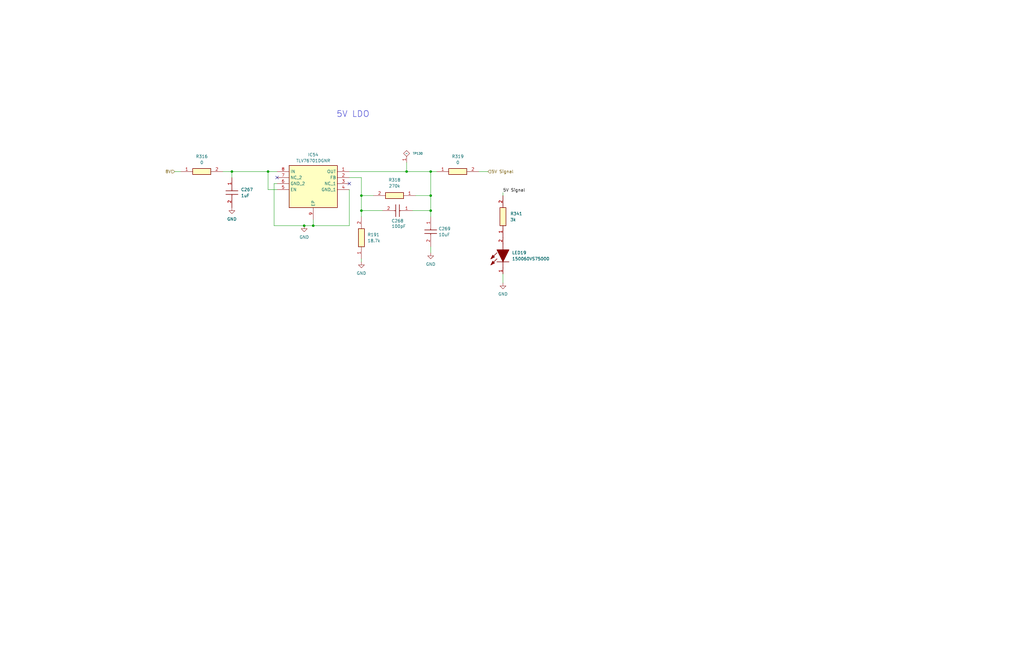
<source format=kicad_sch>
(kicad_sch (version 20231120) (generator "eeschema") (generator_version "8.0")
  (paper "B")
  (title_block (title "Audio System") (date "2025-02-06") (rev "P1") (company "Wolfe Engineering"))
  (lib_symbols
    (symbol "1 Audio Amp:150060VS75000" (pin_names hide)
      (property "Reference" "LED" (at 12.7 8.89 0))
      (property "Value" "150060VS75000" (at 12.7 6.35 0))
      (symbol "150060VS75000_1_1"
        (polyline (pts (xy 2.54 0) (xy 5.08 0)) (stroke (width 0.254)))
        (polyline (pts (xy 5.08 2.54) (xy 5.08 -2.54)) (stroke (width 0.254)))
        (polyline (pts (xy 6.35 2.54) (xy 3.81 5.08)) (stroke (width 0.254)))
        (polyline (pts (xy 8.89 2.54) (xy 6.35 5.08)) (stroke (width 0.254)))
        (polyline (pts (xy 10.16 0) (xy 12.7 0)) (stroke (width 0.254)))
        (polyline (pts (xy 5.08 0) (xy 10.16 2.54) (xy 10.16 -2.54) (xy 5.08 0)) (stroke (width 0.254)) (fill (type outline)))
        (polyline (pts (xy 5.334 4.318) (xy 4.572 3.556) (xy 3.81 5.08) (xy 5.334 4.318)) (stroke (width 0.254)) (fill (type outline)))
        (polyline (pts (xy 7.874 4.318) (xy 7.112 3.556) (xy 6.35 5.08) (xy 7.874 4.318)) (stroke (width 0.254)) (fill (type outline)))
        (pin passive line (at 0 0 0) (length 2.54) (name "K") (number "1"))
        (pin passive line (at 15.24 0 180) (length 2.54) (name "A") (number "2"))
      )
    )
    (symbol "1 Audio Amp:RC0603FR-0718K7L" (pin_names hide)
      (property "Reference" "R" (at 13.97 6.35 0))
      (property "Value" "RC0603FR-0718K7L" (at 13.97 3.81 0))
      (symbol "RC0603FR-0718K7L_1_1"
        (rectangle (start 5.08 1.27) (end 12.7 -1.27) (stroke (width 0.254)) (fill (type background)))
        (pin passive line (at 0 0 0) (length 5.08) (name "1") (number "1"))
        (pin passive line (at 17.78 0 180) (length 5.08) (name "2") (number "2"))
      )
    )
    (symbol "1 Audio Amp:RC0603JR-070RL" (pin_names hide)
      (property "Reference" "R" (at 13.97 6.35 0))
      (property "Value" "RC0603JR-070RL" (at 13.97 3.81 0))
      (symbol "RC0603JR-070RL_1_1"
        (rectangle (start 5.08 1.27) (end 12.7 -1.27) (stroke (width 0.254)) (fill (type background)))
        (pin passive line (at 0 0 0) (length 5.08) (name "1") (number "1"))
        (pin passive line (at 17.78 0 180) (length 5.08) (name "2") (number "2"))
      )
    )
    (symbol "Audio System:885012007034" (pin_names hide)
      (property "Reference" "C" (at 8.89 6.35 0))
      (property "Value" "885012007034" (at 8.89 3.81 0))
      (symbol "885012007034_1_1"
        (polyline (pts (xy 5.08 0) (xy 5.588 0)) (stroke (width 0.254)))
        (polyline (pts (xy 5.588 2.54) (xy 5.588 -2.54)) (stroke (width 0.254)))
        (polyline (pts (xy 7.112 0) (xy 7.62 0)) (stroke (width 0.254)))
        (polyline (pts (xy 7.112 2.54) (xy 7.112 -2.54)) (stroke (width 0.254)))
        (pin passive line (at 0 0 0) (length 5.08) (name "1") (number "1"))
        (pin passive line (at 12.7 0 180) (length 5.08) (name "2") (number "2"))
      )
    )
    (symbol "Audio System:CL21B105KOFNNNE" (pin_names hide)
      (property "Reference" "C" (at 8.89 6.35 0))
      (property "Value" "CL21B105KOFNNNE" (at 8.89 3.81 0))
      (symbol "CL21B105KOFNNNE_1_1"
        (polyline (pts (xy 5.08 0) (xy 5.588 0)) (stroke (width 0.254)))
        (polyline (pts (xy 5.588 2.54) (xy 5.588 -2.54)) (stroke (width 0.254)))
        (polyline (pts (xy 7.112 0) (xy 7.62 0)) (stroke (width 0.254)))
        (polyline (pts (xy 7.112 2.54) (xy 7.112 -2.54)) (stroke (width 0.254)))
        (pin passive line (at 0 0 0) (length 5.08) (name "1") (number "1"))
        (pin passive line (at 12.7 0 180) (length 5.08) (name "2") (number "2"))
      )
    )
    (symbol "Audio System:CL31A106MBHNNNE" (pin_names hide)
      (property "Reference" "C" (at 8.89 6.35 0))
      (property "Value" "CL31A106MBHNNNE" (at 8.89 3.81 0))
      (symbol "CL31A106MBHNNNE_1_1"
        (polyline (pts (xy 5.08 0) (xy 5.588 0)) (stroke (width 0.254)))
        (polyline (pts (xy 5.588 2.54) (xy 5.588 -2.54)) (stroke (width 0.254)))
        (polyline (pts (xy 7.112 0) (xy 7.62 0)) (stroke (width 0.254)))
        (polyline (pts (xy 7.112 2.54) (xy 7.112 -2.54)) (stroke (width 0.254)))
        (pin passive line (at 0 0 0) (length 5.08) (name "1") (number "1"))
        (pin passive line (at 12.7 0 180) (length 5.08) (name "2") (number "2"))
      )
    )
    (symbol "Audio System:RC0603FR-073KL" (pin_names hide)
      (property "Reference" "R" (at 13.97 6.35 0))
      (property "Value" "RC0603FR-073KL" (at 13.97 3.81 0))
      (symbol "RC0603FR-073KL_1_1"
        (rectangle (start 5.08 1.27) (end 12.7 -1.27) (stroke (width 0.254)) (fill (type background)))
        (pin passive line (at 0 0 0) (length 5.08) (name "1") (number "1"))
        (pin passive line (at 17.78 0 180) (length 5.08) (name "2") (number "2"))
      )
    )
    (symbol "Audio System:RC0805FR-07270KL" (pin_names hide)
      (property "Reference" "R" (at 13.97 6.35 0))
      (property "Value" "RC0805FR-07270KL" (at 13.97 3.81 0))
      (symbol "RC0805FR-07270KL_1_1"
        (rectangle (start 5.08 1.27) (end 12.7 -1.27) (stroke (width 0.254)) (fill (type background)))
        (pin passive line (at 0 0 0) (length 5.08) (name "1") (number "1"))
        (pin passive line (at 17.78 0 180) (length 5.08) (name "2") (number "2"))
      )
    )
    (symbol "Audio System:TLV76701DGNR"
      (property "Reference" "IC" (at 26.67 7.62 0))
      (property "Value" "TLV76701DGNR" (at 26.67 5.08 0))
      (symbol "TLV76701DGNR_1_1"
        (rectangle (start 5.08 2.54) (end 25.4 -15.24) (stroke (width 0.254)) (fill (type background)))
        (pin passive line (at 0 0 0) (length 5.08) (name "OUT") (number "1"))
        (pin passive line (at 0 -2.54 0) (length 5.08) (name "FB") (number "2"))
        (pin passive line (at 0 -5.08 0) (length 5.08) (name "NC_1") (number "3"))
        (pin passive line (at 0 -7.62 0) (length 5.08) (name "GND_1") (number "4"))
        (pin passive line (at 30.48 -7.62 180) (length 5.08) (name "EN") (number "5"))
        (pin passive line (at 30.48 -5.08 180) (length 5.08) (name "GND_2") (number "6"))
        (pin passive line (at 30.48 -2.54 180) (length 5.08) (name "NC_2") (number "7"))
        (pin passive line (at 30.48 0 180) (length 5.08) (name "IN") (number "8"))
        (pin passive line (at 15.24 -20.32 90) (length 5.08) (name "EP") (number "9"))
      )
    )
    (symbol "Audio System:TP"
      (property "Reference" "TP" (at 2.54 -1.27 0))
      (symbol "TP_0_1"
        (polyline (pts (xy 0 -1.27) (xy 1.27 0) (xy 0 1.27) (xy -1.27 0) (xy 0 -1.27)))
      )
      (symbol "TP_1_1"
        (pin input line (at 0 -3.81 90) (length 2.54) (name "") (number "1"))
      )
    )
    (symbol "GND_1" (power) (pin_names (offset 0))
      (property "Value" "GND" (at 0 -3.81 0))
      (symbol "GND_1_0_1"
        (polyline (pts (xy 0 0) (xy 0 -1.27) (xy 1.27 -1.27) (xy 0 -2.54) (xy -1.27 -1.27) (xy 0 -1.27)))
      )
      (symbol "GND_1_1_1"
        (pin power_in line (at 0 0 270) (length 0) hide (name "GND") (number "1"))
      )
    )
    (symbol "GND_2" (power) (pin_names (offset 0))
      (property "Value" "GND" (at 0 -3.81 0))
      (symbol "GND_2_0_1"
        (polyline (pts (xy 0 0) (xy 0 -1.27) (xy 1.27 -1.27) (xy 0 -2.54) (xy -1.27 -1.27) (xy 0 -1.27)))
      )
      (symbol "GND_2_1_1"
        (pin power_in line (at 0 0 270) (length 0) hide (name "GND") (number "1"))
      )
    )
    (symbol "GND_20" (power) (pin_names (offset 0))
      (property "Value" "GND" (at 0 -3.81 0))
      (symbol "GND_20_0_1"
        (polyline (pts (xy 0 0) (xy 0 -1.27) (xy 1.27 -1.27) (xy 0 -2.54) (xy -1.27 -1.27) (xy 0 -1.27)))
      )
      (symbol "GND_20_1_1"
        (pin power_in line (at 0 0 270) (length 0) hide (name "GND") (number "1"))
      )
    )
    (symbol "GND_3" (power) (pin_names (offset 0))
      (property "Value" "GND" (at 0 -3.81 0))
      (symbol "GND_3_0_1"
        (polyline (pts (xy 0 0) (xy 0 -1.27) (xy 1.27 -1.27) (xy 0 -2.54) (xy -1.27 -1.27) (xy 0 -1.27)))
      )
      (symbol "GND_3_1_1"
        (pin power_in line (at 0 0 270) (length 0) hide (name "GND") (number "1"))
      )
    )
    (symbol "power:GND" (power) (pin_names (offset 0))
      (property "Value" "GND" (at 0 -3.81 0))
      (symbol "GND_0_1"
        (polyline (pts (xy 0 0) (xy 0 -1.27) (xy 1.27 -1.27) (xy 0 -2.54) (xy -1.27 -1.27) (xy 0 -1.27)))
      )
      (symbol "GND_1_1"
        (pin power_in line (at 0 0 270) (length 0) hide (name "GND") (number "1"))
      )
    )
  )
  (junction (at 113.03 72.39))
  (junction (at 181.61 82.55))
  (junction (at 132.08 95.25))
  (junction (at 181.61 72.39))
  (junction (at 97.79 72.39))
  (junction (at 128.27 95.25))
  (junction (at 152.4 82.55))
  (junction (at 181.61 88.9))
  (junction (at 171.45 72.39))
  (junction (at 152.4 88.9))
  (no_connect (at 147.32 77.47))
  (no_connect (at 116.84 74.93))
  (wire (pts (xy 132.08 92.71) (xy 132.08 95.25)))
  (wire (pts (xy 152.4 91.44) (xy 152.4 88.9)))
  (wire (pts (xy 116.84 77.47) (xy 115.57 77.47)))
  (wire (pts (xy 152.4 82.55) (xy 157.48 82.55)))
  (wire (pts (xy 116.84 80.01) (xy 113.03 80.01)))
  (wire (pts (xy 181.61 72.39) (xy 184.15 72.39)))
  (wire (pts (xy 147.32 74.93) (xy 152.4 74.93)))
  (wire (pts (xy 132.08 95.25) (xy 147.32 95.25)))
  (wire (pts (xy 115.57 77.47) (xy 115.57 95.25)))
  (wire (pts (xy 113.03 80.01) (xy 113.03 72.39)))
  (wire (pts (xy 212.09 115.57) (xy 212.09 119.38)))
  (wire (pts (xy 171.45 72.39) (xy 181.61 72.39)))
  (wire (pts (xy 152.4 88.9) (xy 161.29 88.9)))
  (wire (pts (xy 147.32 72.39) (xy 171.45 72.39)))
  (wire (pts (xy 93.98 72.39) (xy 97.79 72.39)))
  (wire (pts (xy 128.27 95.25) (xy 132.08 95.25)))
  (wire (pts (xy 73.66 72.39) (xy 76.2 72.39)))
  (wire (pts (xy 173.99 88.9) (xy 181.61 88.9)))
  (wire (pts (xy 152.4 82.55) (xy 152.4 74.93)))
  (wire (pts (xy 115.57 95.25) (xy 128.27 95.25)))
  (wire (pts (xy 181.61 88.9) (xy 181.61 82.55)))
  (wire (pts (xy 181.61 72.39) (xy 181.61 82.55)))
  (wire (pts (xy 181.61 91.44) (xy 181.61 88.9)))
  (wire (pts (xy 147.32 80.01) (xy 147.32 95.25)))
  (wire (pts (xy 113.03 72.39) (xy 116.84 72.39)))
  (wire (pts (xy 171.45 68.58) (xy 171.45 72.39)))
  (wire (pts (xy 201.93 72.39) (xy 205.74 72.39)))
  (wire (pts (xy 97.79 72.39) (xy 113.03 72.39)))
  (wire (pts (xy 212.09 81.28) (xy 212.09 82.55)))
  (wire (pts (xy 181.61 104.14) (xy 181.61 106.68)))
  (wire (pts (xy 152.4 88.9) (xy 152.4 82.55)))
  (wire (pts (xy 175.26 82.55) (xy 181.61 82.55)))
  (wire (pts (xy 97.79 72.39) (xy 97.79 74.93)))
  (wire (pts (xy 152.4 109.22) (xy 152.4 110.49)))
  (text "5V LDO" (at 148.844 48.26 0) (effects (font (size 2.54 2.54))))
  (label "5V Signal" (at 212.09 81.28 0))
  (hierarchical_label "5V Signal" (shape input) (at 205.74 72.39 0))
  (hierarchical_label "8V" (shape input) (at 73.66 72.39 180))
  (symbol (lib_name "GND_1") (lib_id "power:GND") (at 181.61 106.68 0) (unit 1)
    (property "Reference" "#PWR0352" (effects (hide yes)))
    (property "Value" "GND" (at 181.61 111.506 0))
  )
  (symbol (lib_id "Audio System:CL21B105KOFNNNE") (at 97.79 74.93 270) (unit 1)
    (property "Reference" "C267" (at 101.6 80.01 90) (effects (justify left)))
    (property "Value" "1uF" (at 101.6 82.55 90) (effects (justify left)))
    (property "Footprint" "1 Audio Amp:CAPC2012X135N" (effects (hide yes)))
    (property "Datasheet" "https://www.mouser.in/datasheet/2/585/MLCC-1837944.pdf" (effects (hide yes)))
    (property "Height" "1.35" (effects (hide yes)))
    (property "Manufacturer_Name" "SAMSUNG" (effects (hide yes)))
    (property "Manufacturer_Part_Number" "CL21B105KOFNNNE" (effects (hide yes)))
    (property "Mouser Part Number" "187-CL21B105KOFNNNE" (effects (hide yes)))
    (property "Mouser Price/Stock" "https://www.mouser.co.uk/ProductDetail/Samsung-Electro-Mechanics/CL21B105KOFNNNE?qs=349EhDEZ59ohjD72SbqNgA%3D%3D" (effects (hide yes)))
    (property "Arrow Part Number" "CL21B105KOFNNNE" (effects (hide yes)))
    (property "Arrow Price/Stock" "https://www.arrow.com/en/products/cl21b105kofnnne/samsung-electro-mechanics?region=nac" (effects (hide yes)))
  )
  (symbol (lib_name "GND_2") (lib_id "power:GND") (at 128.27 95.25 0) (unit 1)
    (property "Reference" "#PWR0350" (effects (hide yes)))
    (property "Value" "GND" (at 128.27 100.076 0))
  )
  (symbol (lib_id "1 Audio Amp:RC0603FR-0718K7L") (at 152.4 109.22 90) (unit 1)
    (property "Reference" "R191" (at 154.94 99.0599 90) (effects (justify right)))
    (property "Value" "18.7k" (at 154.94 101.5999 90) (effects (justify right)))
    (property "Footprint" "RESC1608X55N" (effects (hide yes)))
    (property "Datasheet" "http://www.yageo.com/documents/recent/PYu-RC0603_51_RoHS_L_v5.pdf" (effects (hide yes)))
    (property "Description" "RESISTOR, 0603 18.7K Ohms +/-1% 1/10 W" (effects (hide yes)))
    (property "Height" "0.55" (effects (hide yes)))
    (property "Manufacturer_Name" "KEMET" (effects (hide yes)))
    (property "Manufacturer_Part_Number" "RC0603FR-0718K7L" (effects (hide yes)))
    (property "Mouser Part Number" "603-RC0603FR-0718K7L" (effects (hide yes)))
    (property "Mouser Price/Stock" "https://www.mouser.co.uk/ProductDetail/Yageo/RC0603FR-0718K7L/?qs=VU8sRB4EgwDmm%2FENkzwNRg%3D%3D" (effects (hide yes)))
  )
  (symbol (lib_id "1 Audio Amp:RC0603JR-070RL") (at 184.15 72.39 0) (unit 1)
    (property "Reference" "R319" (at 193.04 66.04 0))
    (property "Value" "0" (at 193.04 68.58 0))
    (property "Footprint" "1 Audio Amp:RESC1608X55N" (effects (hide yes)))
    (property "Datasheet" "https://componentsearchengine.com/Datasheets/2/RC0603JR-070RL.pdf" (effects (hide yes)))
    (property "Description" "Yageo 0, 0603 (1608M) Thick Film SMD Resistor - RC0603JR-070RL" (effects (hide yes)))
    (property "Height" "0.55" (effects (hide yes)))
    (property "Manufacturer_Name" "YAGEO" (effects (hide yes)))
    (property "Manufacturer_Part_Number" "RC0603JR-070RL" (effects (hide yes)))
    (property "Mouser Part Number" "603-RC0603JR-070RL" (effects (hide yes)))
    (property "Mouser Price/Stock" "https://www.mouser.co.uk/ProductDetail/YAGEO/RC0603JR-070RL?qs=2cAdsCoAWRGWyPcuXgGiXQ%3D%3D" (effects (hide yes)))
    (property "Arrow Part Number" "RC0603JR-070RL" (effects (hide yes)))
    (property "Arrow Price/Stock" "https://www.arrow.com/en/products/rc0603jr-070rl/yageo?utm_currency=USD&region=nac" (effects (hide yes)))
  )
  (symbol (lib_id "Audio System:RC0805FR-07270KL") (at 175.26 82.55 180) (unit 1)
    (property "Reference" "R318" (at 166.37 75.946 0))
    (property "Value" "270k" (at 166.37 78.486 0))
    (property "Footprint" "1 Audio Amp:RESC2012X60N" (effects (hide yes)))
    (property "Datasheet" "http://www.yageo.com/documents/recent/PYu-RC_Group_51_RoHS_L_10.pdf" (effects (hide yes)))
    (property "Height" "0.6" (effects (hide yes)))
    (property "Manufacturer_Name" "KEMET" (effects (hide yes)))
    (property "Manufacturer_Part_Number" "RC0805FR-07270KL" (effects (hide yes)))
    (property "Mouser Part Number" "603-RC0805FR-07270KL" (effects (hide yes)))
    (property "Mouser Price/Stock" "https://www.mouser.co.uk/ProductDetail/YAGEO/RC0805FR-07270KL?qs=fRxXYNj8ftHTOCejWiG5jQ%3D%3D" (effects (hide yes)))
  )
  (symbol (lib_id "Audio System:885012007034") (at 173.99 88.9 180) (unit 1)
    (property "Reference" "C268" (at 167.64 93.218 0))
    (property "Value" "100pF" (at 168.148 95.504 0))
    (property "Footprint" "1 Audio Amp:CAPC2012X70N" (effects (hide yes)))
    (property "Datasheet" "https://katalog.we-online.com/pbs/datasheet/885012007034.pdf" (effects (hide yes)))
    (property "Height" "0.7" (effects (hide yes)))
    (property "Manufacturer_Name" "Wurth Elektronik" (effects (hide yes)))
    (property "Manufacturer_Part_Number" "885012007034" (effects (hide yes)))
    (property "Mouser Part Number" "710-885012007034" (effects (hide yes)))
    (property "Mouser Price/Stock" "https://www.mouser.co.uk/ProductDetail/Wurth-Elektronik/885012007034?qs=0KOYDY2FL2%2Fe7W6MOnhOJQ%3D%3D" (effects (hide yes)))
  )
  (symbol (lib_name "GND_3") (lib_id "power:GND") (at 152.4 110.49 0) (unit 1)
    (property "Reference" "#PWR0351" (effects (hide yes)))
    (property "Value" "GND" (at 152.4 115.316 0))
  )
  (symbol (lib_id "Audio System:TLV76701DGNR") (at 147.32 72.39 0) (mirror y) (unit 1)
    (property "Reference" "IC54" (at 132.08 65.278 0))
    (property "Value" "TLV76701DGNR" (at 132.08 67.818 0))
    (property "Footprint" "1 Audio Amp:SOP65P490X110-9N" (effects (hide yes)))
    (property "Datasheet" "https://www.ti.com/lit/ds/symlink/tlv767.pdf?ts=1634721803014&ref_url=https%253A%252F%252Fwww.ti.com%252Fproduct%252FTLV767" (effects (hide yes)))
    (property "Height" "1.1" (effects (hide yes)))
    (property "Manufacturer_Name" "Texas Instruments" (effects (hide yes)))
    (property "Manufacturer_Part_Number" "TLV76701DGNR" (effects (hide yes)))
    (property "Mouser Part Number" "595-TLV76701DGNR" (effects (hide yes)))
    (property "Mouser Price/Stock" "https://www.mouser.co.uk/ProductDetail/Texas-Instruments/TLV76701DGNR?qs=QNEnbhJQKvYlzprjZl22mQ%3D%3D" (effects (hide yes)))
    (property "Arrow Part Number" "TLV76701DGNR" (effects (hide yes)))
    (property "Arrow Price/Stock" "null?region=nac" (effects (hide yes)))
  )
  (symbol (lib_id "power:GND") (at 97.79 87.63 0) (unit 1)
    (property "Reference" "#PWR0349" (effects (hide yes)))
    (property "Value" "GND" (at 97.79 92.456 0))
  )
  (symbol (lib_id "1 Audio Amp:150060VS75000") (at 212.09 115.57 90) (unit 1)
    (property "Reference" "LED19" (at 215.9 106.6799 90) (effects (justify right)))
    (property "Value" "150060VS75000" (at 215.9 109.2199 90) (effects (justify right)))
    (property "Footprint" "LEDC1608X80N" (effects (hide yes)))
    (property "Datasheet" "https://componentsearchengine.com/Datasheets/2/150060VS75000.pdf" (effects (hide yes)))
    (property "Description" "2.4 V Green LED 1608 (0603) SMD, Wurth Elektronik WL-SMCW 150060VS75000" (effects (hide yes)))
    (property "Height" "0.8" (effects (hide yes)))
    (property "Manufacturer_Name" "Wurth Elektronik" (effects (hide yes)))
    (property "Manufacturer_Part_Number" "150060VS75000" (effects (hide yes)))
    (property "Mouser Part Number" "710-150060VS75000" (effects (hide yes)))
    (property "Mouser Price/Stock" "https://www.mouser.co.uk/ProductDetail/Wurth-Elektronik/150060VS75000?qs=LlUlMxKIyB1Q1Bi5mQ%2FKLw%3D%3D" (effects (hide yes)))
  )
  (symbol (lib_id "Audio System:RC0603FR-073KL") (at 212.09 100.33 90) (unit 1)
    (property "Reference" "R341" (at 215.138 90.17 90) (effects (justify right)))
    (property "Value" "3k" (at 215.138 92.71 90) (effects (justify right)))
    (property "Footprint" "1 Audio Amp:RESC1608X55N" (effects (hide yes)))
    (property "Datasheet" "http://www.yageo.com/documents/recent/PYu-RC0603_51_RoHS_L_v5.pdf" (effects (hide yes)))
    (property "Height" "0.55" (effects (hide yes)))
    (property "Manufacturer_Name" "KEMET" (effects (hide yes)))
    (property "Manufacturer_Part_Number" "RC0603FR-073KL" (effects (hide yes)))
    (property "Mouser Part Number" "603-RC0603FR-073KL" (effects (hide yes)))
    (property "Mouser Price/Stock" "https://www.mouser.co.uk/ProductDetail/YAGEO/RC0603FR-073KL?qs=gt6vzsuosg28N5hJbu0EKA%3D%3D" (effects (hide yes)))
  )
  (symbol (lib_id "Audio System:CL31A106MBHNNNE") (at 181.61 91.44 270) (unit 1)
    (property "Reference" "C269" (at 184.912 96.52 90) (effects (justify left)))
    (property "Value" "10uF" (at 184.912 99.06 90) (effects (justify left)))
    (property "Footprint" "1 Audio Amp:CAPC3216X180N" (effects (hide yes)))
    (property "Datasheet" "https://media.digikey.com/pdf/Data%20Sheets/Samsung%20PDFs/CL_Series_MLCC_ds.pdf" (effects (hide yes)))
    (property "Height" "1.8" (effects (hide yes)))
    (property "Manufacturer_Name" "SAMSUNG" (effects (hide yes)))
    (property "Manufacturer_Part_Number" "CL31A106MBHNNNE" (effects (hide yes)))
    (property "Mouser Part Number" "187-CL31A106MBHNNNE" (effects (hide yes)))
    (property "Mouser Price/Stock" "https://www.mouser.co.uk/ProductDetail/Samsung-Electro-Mechanics/CL31A106MBHNNNE?qs=vLWxofP3U2ynwxdpGjlUyw%3D%3D" (effects (hide yes)))
    (property "Arrow Part Number" "CL31A106MBHNNNE" (effects (hide yes)))
    (property "Arrow Price/Stock" "https://www.arrow.com/en/products/cl31a106mbhnnne/samsung-electro-mechanics?region=nac" (effects (hide yes)))
  )
  (symbol (lib_id "Audio System:TP") (at 171.45 64.77 0) (unit 1) (exclude_from_sim yes) (in_bom no)
    (property "Reference" "TP130" (at 173.99 64.7699 0) (effects (font (size 0.9 0.9)) (justify left)))
    (property "Value" "~" (at 171.45 64.77 0))
    (property "Footprint" "1 Audio Amp:TP" (effects (hide yes)))
  )
  (symbol (lib_id "1 Audio Amp:RC0603JR-070RL") (at 76.2 72.39 0) (unit 1)
    (property "Reference" "R316" (at 85.09 66.04 0))
    (property "Value" "0" (at 85.09 68.58 0))
    (property "Footprint" "1 Audio Amp:RESC1608X55N" (effects (hide yes)))
    (property "Datasheet" "https://componentsearchengine.com/Datasheets/2/RC0603JR-070RL.pdf" (effects (hide yes)))
    (property "Description" "Yageo 0, 0603 (1608M) Thick Film SMD Resistor - RC0603JR-070RL" (effects (hide yes)))
    (property "Height" "0.55" (effects (hide yes)))
    (property "Manufacturer_Name" "YAGEO" (effects (hide yes)))
    (property "Manufacturer_Part_Number" "RC0603JR-070RL" (effects (hide yes)))
    (property "Mouser Part Number" "603-RC0603JR-070RL" (effects (hide yes)))
    (property "Mouser Price/Stock" "https://www.mouser.co.uk/ProductDetail/YAGEO/RC0603JR-070RL?qs=2cAdsCoAWRGWyPcuXgGiXQ%3D%3D" (effects (hide yes)))
    (property "Arrow Part Number" "RC0603JR-070RL" (effects (hide yes)))
    (property "Arrow Price/Stock" "https://www.arrow.com/en/products/rc0603jr-070rl/yageo?utm_currency=USD&region=nac" (effects (hide yes)))
  )
  (symbol (lib_name "GND_20") (lib_id "power:GND") (at 212.09 119.38 0) (unit 1)
    (property "Reference" "#PWR039" (effects (hide yes)))
    (property "Value" "GND" (at 212.09 124.079 0))
  )
)
</source>
